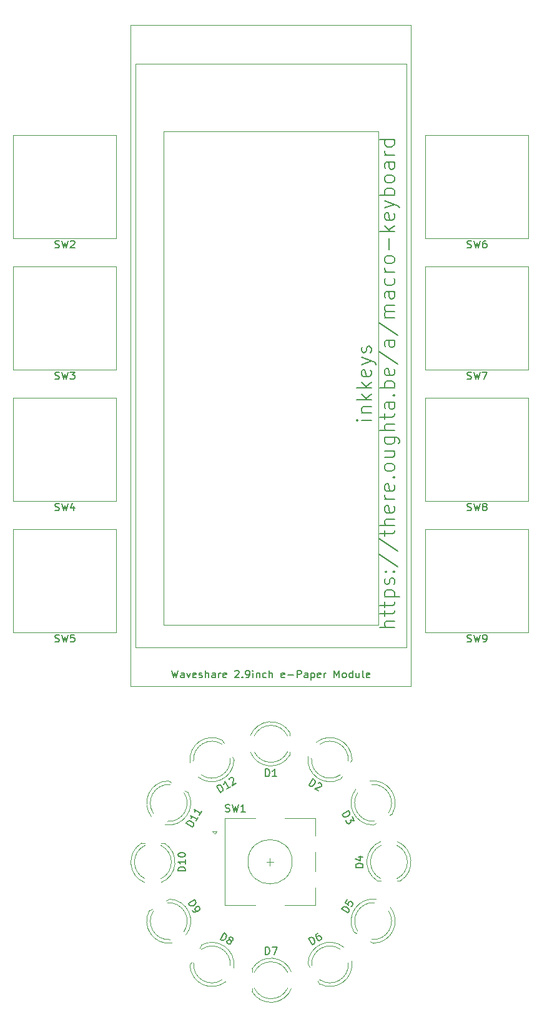
<source format=gbr>
G04 #@! TF.GenerationSoftware,KiCad,Pcbnew,(5.1.9-0-10_14)*
G04 #@! TF.CreationDate,2021-03-16T08:56:42-07:00*
G04 #@! TF.ProjectId,inkkeys,696e6b6b-6579-4732-9e6b-696361645f70,rev?*
G04 #@! TF.SameCoordinates,Original*
G04 #@! TF.FileFunction,Legend,Top*
G04 #@! TF.FilePolarity,Positive*
%FSLAX46Y46*%
G04 Gerber Fmt 4.6, Leading zero omitted, Abs format (unit mm)*
G04 Created by KiCad (PCBNEW (5.1.9-0-10_14)) date 2021-03-16 08:56:42*
%MOMM*%
%LPD*%
G01*
G04 APERTURE LIST*
%ADD10C,0.150000*%
%ADD11C,0.120000*%
G04 APERTURE END LIST*
D10*
X103769761Y-90042380D02*
X102436428Y-90042380D01*
X101769761Y-90042380D02*
X101865000Y-90137619D01*
X101960238Y-90042380D01*
X101865000Y-89947142D01*
X101769761Y-90042380D01*
X101960238Y-90042380D01*
X102436428Y-89090000D02*
X103769761Y-89090000D01*
X102626904Y-89090000D02*
X102531666Y-88994761D01*
X102436428Y-88804285D01*
X102436428Y-88518571D01*
X102531666Y-88328095D01*
X102722142Y-88232857D01*
X103769761Y-88232857D01*
X103769761Y-87280476D02*
X101769761Y-87280476D01*
X103007857Y-87090000D02*
X103769761Y-86518571D01*
X102436428Y-86518571D02*
X103198333Y-87280476D01*
X103769761Y-85661428D02*
X101769761Y-85661428D01*
X103007857Y-85470952D02*
X103769761Y-84899523D01*
X102436428Y-84899523D02*
X103198333Y-85661428D01*
X103674523Y-83280476D02*
X103769761Y-83470952D01*
X103769761Y-83851904D01*
X103674523Y-84042380D01*
X103484047Y-84137619D01*
X102722142Y-84137619D01*
X102531666Y-84042380D01*
X102436428Y-83851904D01*
X102436428Y-83470952D01*
X102531666Y-83280476D01*
X102722142Y-83185238D01*
X102912619Y-83185238D01*
X103103095Y-84137619D01*
X102436428Y-82518571D02*
X103769761Y-82042380D01*
X102436428Y-81566190D02*
X103769761Y-82042380D01*
X104245952Y-82232857D01*
X104341190Y-82328095D01*
X104436428Y-82518571D01*
X103674523Y-80899523D02*
X103769761Y-80709047D01*
X103769761Y-80328095D01*
X103674523Y-80137619D01*
X103484047Y-80042380D01*
X103388809Y-80042380D01*
X103198333Y-80137619D01*
X103103095Y-80328095D01*
X103103095Y-80613809D01*
X103007857Y-80804285D01*
X102817380Y-80899523D01*
X102722142Y-80899523D01*
X102531666Y-80804285D01*
X102436428Y-80613809D01*
X102436428Y-80328095D01*
X102531666Y-80137619D01*
X106919761Y-118090000D02*
X104919761Y-118090000D01*
X106919761Y-117232857D02*
X105872142Y-117232857D01*
X105681666Y-117328095D01*
X105586428Y-117518571D01*
X105586428Y-117804285D01*
X105681666Y-117994761D01*
X105776904Y-118090000D01*
X105586428Y-116566190D02*
X105586428Y-115804285D01*
X104919761Y-116280476D02*
X106634047Y-116280476D01*
X106824523Y-116185238D01*
X106919761Y-115994761D01*
X106919761Y-115804285D01*
X105586428Y-115423333D02*
X105586428Y-114661428D01*
X104919761Y-115137619D02*
X106634047Y-115137619D01*
X106824523Y-115042380D01*
X106919761Y-114851904D01*
X106919761Y-114661428D01*
X105586428Y-113994761D02*
X107586428Y-113994761D01*
X105681666Y-113994761D02*
X105586428Y-113804285D01*
X105586428Y-113423333D01*
X105681666Y-113232857D01*
X105776904Y-113137619D01*
X105967380Y-113042380D01*
X106538809Y-113042380D01*
X106729285Y-113137619D01*
X106824523Y-113232857D01*
X106919761Y-113423333D01*
X106919761Y-113804285D01*
X106824523Y-113994761D01*
X106824523Y-112280476D02*
X106919761Y-112090000D01*
X106919761Y-111709047D01*
X106824523Y-111518571D01*
X106634047Y-111423333D01*
X106538809Y-111423333D01*
X106348333Y-111518571D01*
X106253095Y-111709047D01*
X106253095Y-111994761D01*
X106157857Y-112185238D01*
X105967380Y-112280476D01*
X105872142Y-112280476D01*
X105681666Y-112185238D01*
X105586428Y-111994761D01*
X105586428Y-111709047D01*
X105681666Y-111518571D01*
X106729285Y-110566190D02*
X106824523Y-110470952D01*
X106919761Y-110566190D01*
X106824523Y-110661428D01*
X106729285Y-110566190D01*
X106919761Y-110566190D01*
X105681666Y-110566190D02*
X105776904Y-110470952D01*
X105872142Y-110566190D01*
X105776904Y-110661428D01*
X105681666Y-110566190D01*
X105872142Y-110566190D01*
X104824523Y-108185238D02*
X107395952Y-109899523D01*
X104824523Y-106090000D02*
X107395952Y-107804285D01*
X105586428Y-105709047D02*
X105586428Y-104947142D01*
X104919761Y-105423333D02*
X106634047Y-105423333D01*
X106824523Y-105328095D01*
X106919761Y-105137619D01*
X106919761Y-104947142D01*
X106919761Y-104280476D02*
X104919761Y-104280476D01*
X106919761Y-103423333D02*
X105872142Y-103423333D01*
X105681666Y-103518571D01*
X105586428Y-103709047D01*
X105586428Y-103994761D01*
X105681666Y-104185238D01*
X105776904Y-104280476D01*
X106824523Y-101709047D02*
X106919761Y-101899523D01*
X106919761Y-102280476D01*
X106824523Y-102470952D01*
X106634047Y-102566190D01*
X105872142Y-102566190D01*
X105681666Y-102470952D01*
X105586428Y-102280476D01*
X105586428Y-101899523D01*
X105681666Y-101709047D01*
X105872142Y-101613809D01*
X106062619Y-101613809D01*
X106253095Y-102566190D01*
X106919761Y-100756666D02*
X105586428Y-100756666D01*
X105967380Y-100756666D02*
X105776904Y-100661428D01*
X105681666Y-100566190D01*
X105586428Y-100375714D01*
X105586428Y-100185238D01*
X106824523Y-98756666D02*
X106919761Y-98947142D01*
X106919761Y-99328095D01*
X106824523Y-99518571D01*
X106634047Y-99613809D01*
X105872142Y-99613809D01*
X105681666Y-99518571D01*
X105586428Y-99328095D01*
X105586428Y-98947142D01*
X105681666Y-98756666D01*
X105872142Y-98661428D01*
X106062619Y-98661428D01*
X106253095Y-99613809D01*
X106729285Y-97804285D02*
X106824523Y-97709047D01*
X106919761Y-97804285D01*
X106824523Y-97899523D01*
X106729285Y-97804285D01*
X106919761Y-97804285D01*
X106919761Y-96566190D02*
X106824523Y-96756666D01*
X106729285Y-96851904D01*
X106538809Y-96947142D01*
X105967380Y-96947142D01*
X105776904Y-96851904D01*
X105681666Y-96756666D01*
X105586428Y-96566190D01*
X105586428Y-96280476D01*
X105681666Y-96090000D01*
X105776904Y-95994761D01*
X105967380Y-95899523D01*
X106538809Y-95899523D01*
X106729285Y-95994761D01*
X106824523Y-96090000D01*
X106919761Y-96280476D01*
X106919761Y-96566190D01*
X105586428Y-94185238D02*
X106919761Y-94185238D01*
X105586428Y-95042380D02*
X106634047Y-95042380D01*
X106824523Y-94947142D01*
X106919761Y-94756666D01*
X106919761Y-94470952D01*
X106824523Y-94280476D01*
X106729285Y-94185238D01*
X105586428Y-92375714D02*
X107205476Y-92375714D01*
X107395952Y-92470952D01*
X107491190Y-92566190D01*
X107586428Y-92756666D01*
X107586428Y-93042380D01*
X107491190Y-93232857D01*
X106824523Y-92375714D02*
X106919761Y-92566190D01*
X106919761Y-92947142D01*
X106824523Y-93137619D01*
X106729285Y-93232857D01*
X106538809Y-93328095D01*
X105967380Y-93328095D01*
X105776904Y-93232857D01*
X105681666Y-93137619D01*
X105586428Y-92947142D01*
X105586428Y-92566190D01*
X105681666Y-92375714D01*
X106919761Y-91423333D02*
X104919761Y-91423333D01*
X106919761Y-90566190D02*
X105872142Y-90566190D01*
X105681666Y-90661428D01*
X105586428Y-90851904D01*
X105586428Y-91137619D01*
X105681666Y-91328095D01*
X105776904Y-91423333D01*
X105586428Y-89899523D02*
X105586428Y-89137619D01*
X104919761Y-89613809D02*
X106634047Y-89613809D01*
X106824523Y-89518571D01*
X106919761Y-89328095D01*
X106919761Y-89137619D01*
X106919761Y-87613809D02*
X105872142Y-87613809D01*
X105681666Y-87709047D01*
X105586428Y-87899523D01*
X105586428Y-88280476D01*
X105681666Y-88470952D01*
X106824523Y-87613809D02*
X106919761Y-87804285D01*
X106919761Y-88280476D01*
X106824523Y-88470952D01*
X106634047Y-88566190D01*
X106443571Y-88566190D01*
X106253095Y-88470952D01*
X106157857Y-88280476D01*
X106157857Y-87804285D01*
X106062619Y-87613809D01*
X106729285Y-86661428D02*
X106824523Y-86566190D01*
X106919761Y-86661428D01*
X106824523Y-86756666D01*
X106729285Y-86661428D01*
X106919761Y-86661428D01*
X106919761Y-85709047D02*
X104919761Y-85709047D01*
X105681666Y-85709047D02*
X105586428Y-85518571D01*
X105586428Y-85137619D01*
X105681666Y-84947142D01*
X105776904Y-84851904D01*
X105967380Y-84756666D01*
X106538809Y-84756666D01*
X106729285Y-84851904D01*
X106824523Y-84947142D01*
X106919761Y-85137619D01*
X106919761Y-85518571D01*
X106824523Y-85709047D01*
X106824523Y-83137619D02*
X106919761Y-83328095D01*
X106919761Y-83709047D01*
X106824523Y-83899523D01*
X106634047Y-83994761D01*
X105872142Y-83994761D01*
X105681666Y-83899523D01*
X105586428Y-83709047D01*
X105586428Y-83328095D01*
X105681666Y-83137619D01*
X105872142Y-83042380D01*
X106062619Y-83042380D01*
X106253095Y-83994761D01*
X104824523Y-80756666D02*
X107395952Y-82470952D01*
X106919761Y-79232857D02*
X105872142Y-79232857D01*
X105681666Y-79328095D01*
X105586428Y-79518571D01*
X105586428Y-79899523D01*
X105681666Y-80090000D01*
X106824523Y-79232857D02*
X106919761Y-79423333D01*
X106919761Y-79899523D01*
X106824523Y-80090000D01*
X106634047Y-80185238D01*
X106443571Y-80185238D01*
X106253095Y-80090000D01*
X106157857Y-79899523D01*
X106157857Y-79423333D01*
X106062619Y-79232857D01*
X104824523Y-76851904D02*
X107395952Y-78566190D01*
X106919761Y-76185238D02*
X105586428Y-76185238D01*
X105776904Y-76185238D02*
X105681666Y-76090000D01*
X105586428Y-75899523D01*
X105586428Y-75613809D01*
X105681666Y-75423333D01*
X105872142Y-75328095D01*
X106919761Y-75328095D01*
X105872142Y-75328095D02*
X105681666Y-75232857D01*
X105586428Y-75042380D01*
X105586428Y-74756666D01*
X105681666Y-74566190D01*
X105872142Y-74470952D01*
X106919761Y-74470952D01*
X106919761Y-72661428D02*
X105872142Y-72661428D01*
X105681666Y-72756666D01*
X105586428Y-72947142D01*
X105586428Y-73328095D01*
X105681666Y-73518571D01*
X106824523Y-72661428D02*
X106919761Y-72851904D01*
X106919761Y-73328095D01*
X106824523Y-73518571D01*
X106634047Y-73613809D01*
X106443571Y-73613809D01*
X106253095Y-73518571D01*
X106157857Y-73328095D01*
X106157857Y-72851904D01*
X106062619Y-72661428D01*
X106824523Y-70851904D02*
X106919761Y-71042380D01*
X106919761Y-71423333D01*
X106824523Y-71613809D01*
X106729285Y-71709047D01*
X106538809Y-71804285D01*
X105967380Y-71804285D01*
X105776904Y-71709047D01*
X105681666Y-71613809D01*
X105586428Y-71423333D01*
X105586428Y-71042380D01*
X105681666Y-70851904D01*
X106919761Y-69994761D02*
X105586428Y-69994761D01*
X105967380Y-69994761D02*
X105776904Y-69899523D01*
X105681666Y-69804285D01*
X105586428Y-69613809D01*
X105586428Y-69423333D01*
X106919761Y-68470952D02*
X106824523Y-68661428D01*
X106729285Y-68756666D01*
X106538809Y-68851904D01*
X105967380Y-68851904D01*
X105776904Y-68756666D01*
X105681666Y-68661428D01*
X105586428Y-68470952D01*
X105586428Y-68185238D01*
X105681666Y-67994761D01*
X105776904Y-67899523D01*
X105967380Y-67804285D01*
X106538809Y-67804285D01*
X106729285Y-67899523D01*
X106824523Y-67994761D01*
X106919761Y-68185238D01*
X106919761Y-68470952D01*
X106157857Y-66947142D02*
X106157857Y-65423333D01*
X106919761Y-64470952D02*
X104919761Y-64470952D01*
X106157857Y-64280476D02*
X106919761Y-63709047D01*
X105586428Y-63709047D02*
X106348333Y-64470952D01*
X106824523Y-62090000D02*
X106919761Y-62280476D01*
X106919761Y-62661428D01*
X106824523Y-62851904D01*
X106634047Y-62947142D01*
X105872142Y-62947142D01*
X105681666Y-62851904D01*
X105586428Y-62661428D01*
X105586428Y-62280476D01*
X105681666Y-62090000D01*
X105872142Y-61994761D01*
X106062619Y-61994761D01*
X106253095Y-62947142D01*
X105586428Y-61328095D02*
X106919761Y-60851904D01*
X105586428Y-60375714D02*
X106919761Y-60851904D01*
X107395952Y-61042380D01*
X107491190Y-61137619D01*
X107586428Y-61328095D01*
X106919761Y-59613809D02*
X104919761Y-59613809D01*
X105681666Y-59613809D02*
X105586428Y-59423333D01*
X105586428Y-59042380D01*
X105681666Y-58851904D01*
X105776904Y-58756666D01*
X105967380Y-58661428D01*
X106538809Y-58661428D01*
X106729285Y-58756666D01*
X106824523Y-58851904D01*
X106919761Y-59042380D01*
X106919761Y-59423333D01*
X106824523Y-59613809D01*
X106919761Y-57518571D02*
X106824523Y-57709047D01*
X106729285Y-57804285D01*
X106538809Y-57899523D01*
X105967380Y-57899523D01*
X105776904Y-57804285D01*
X105681666Y-57709047D01*
X105586428Y-57518571D01*
X105586428Y-57232857D01*
X105681666Y-57042380D01*
X105776904Y-56947142D01*
X105967380Y-56851904D01*
X106538809Y-56851904D01*
X106729285Y-56947142D01*
X106824523Y-57042380D01*
X106919761Y-57232857D01*
X106919761Y-57518571D01*
X106919761Y-55137619D02*
X105872142Y-55137619D01*
X105681666Y-55232857D01*
X105586428Y-55423333D01*
X105586428Y-55804285D01*
X105681666Y-55994761D01*
X106824523Y-55137619D02*
X106919761Y-55328095D01*
X106919761Y-55804285D01*
X106824523Y-55994761D01*
X106634047Y-56090000D01*
X106443571Y-56090000D01*
X106253095Y-55994761D01*
X106157857Y-55804285D01*
X106157857Y-55328095D01*
X106062619Y-55137619D01*
X106919761Y-54185238D02*
X105586428Y-54185238D01*
X105967380Y-54185238D02*
X105776904Y-54090000D01*
X105681666Y-53994761D01*
X105586428Y-53804285D01*
X105586428Y-53613809D01*
X106919761Y-52090000D02*
X104919761Y-52090000D01*
X106824523Y-52090000D02*
X106919761Y-52280476D01*
X106919761Y-52661428D01*
X106824523Y-52851904D01*
X106729285Y-52947142D01*
X106538809Y-53042380D01*
X105967380Y-53042380D01*
X105776904Y-52947142D01*
X105681666Y-52851904D01*
X105586428Y-52661428D01*
X105586428Y-52280476D01*
X105681666Y-52090000D01*
D11*
X100922695Y-136345787D02*
X101155195Y-135943085D01*
X99610195Y-138619103D02*
X99842695Y-138216401D01*
X96753450Y-133938177D02*
G75*
G02*
X100658283Y-136193129I1412220J-2062917D01*
G01*
X95673021Y-135809533D02*
G75*
G03*
X99578283Y-138063743I2492649J-191561D01*
G01*
X96291765Y-133671163D02*
G75*
G02*
X101155110Y-135943232I1873905J-2329931D01*
G01*
X95210938Y-135543210D02*
G75*
G03*
X99610280Y-138618956I2954732J-457884D01*
G01*
X106239213Y-143532695D02*
X106641915Y-143300195D01*
X103965897Y-144845195D02*
X104368599Y-144612695D01*
X103832345Y-139363021D02*
G75*
G02*
X106086555Y-143268283I191561J-2492649D01*
G01*
X101960989Y-140443450D02*
G75*
G03*
X104215941Y-144348283I2062917J-1412220D01*
G01*
X103566022Y-138900938D02*
G75*
G02*
X106641768Y-143300280I457884J-2954732D01*
G01*
X101693975Y-139981765D02*
G75*
G03*
X103966044Y-144845110I2329931J-1873905D01*
G01*
X107250000Y-152415000D02*
X107715000Y-152415000D01*
X104625000Y-152415000D02*
X105090000Y-152415000D01*
X107250429Y-147600521D02*
G75*
G02*
X107250000Y-152109684I-1080429J-2254479D01*
G01*
X105089571Y-147600521D02*
G75*
G03*
X105090000Y-152109684I1080429J-2254479D01*
G01*
X107250827Y-147067185D02*
G75*
G02*
X107714830Y-152415000I-1080827J-2787815D01*
G01*
X105089173Y-147067185D02*
G75*
G03*
X104625170Y-152415000I1080827J-2787815D01*
G01*
X103684213Y-160612695D02*
X104086915Y-160845195D01*
X101410897Y-159300195D02*
X101813599Y-159532695D01*
X106091823Y-156443450D02*
G75*
G02*
X103836871Y-160348283I-2062917J-1412220D01*
G01*
X104220467Y-155363021D02*
G75*
G03*
X101966257Y-159268283I-191561J-2492649D01*
G01*
X106358837Y-155981765D02*
G75*
G02*
X104086768Y-160845110I-2329931J-1873905D01*
G01*
X104486790Y-154900938D02*
G75*
G03*
X101411044Y-159300280I-457884J-2954732D01*
G01*
X96497305Y-165929213D02*
X96729805Y-166331915D01*
X95184805Y-163655897D02*
X95417305Y-164058599D01*
X100666979Y-163522345D02*
G75*
G02*
X96761717Y-165776555I-2492649J-191561D01*
G01*
X99586550Y-161650989D02*
G75*
G03*
X95681717Y-163905941I-1412220J-2062917D01*
G01*
X101129062Y-163256022D02*
G75*
G02*
X96729720Y-166331768I-2954732J-457884D01*
G01*
X100048235Y-161383975D02*
G75*
G03*
X95184890Y-163656044I-1873905J-2329931D01*
G01*
X87615000Y-166940000D02*
X87615000Y-167405000D01*
X87615000Y-164315000D02*
X87615000Y-164780000D01*
X92429479Y-166940429D02*
G75*
G02*
X87920316Y-166940000I-2254479J1080429D01*
G01*
X92429479Y-164779571D02*
G75*
G03*
X87920316Y-164780000I-2254479J-1080429D01*
G01*
X92962815Y-166940827D02*
G75*
G02*
X87615000Y-167404830I-2787815J1080827D01*
G01*
X92962815Y-164779173D02*
G75*
G03*
X87615000Y-164315170I-2787815J-1080827D01*
G01*
X79417305Y-163374213D02*
X79184805Y-163776915D01*
X80729805Y-161100897D02*
X80497305Y-161503599D01*
X83586550Y-165781823D02*
G75*
G02*
X79681717Y-163526871I-1412220J2062917D01*
G01*
X84666979Y-163910467D02*
G75*
G03*
X80761717Y-161656257I-2492649J191561D01*
G01*
X84048235Y-166048837D02*
G75*
G02*
X79184890Y-163776768I-1873905J2329931D01*
G01*
X85129062Y-164176790D02*
G75*
G03*
X80729720Y-161101044I-2954732J457884D01*
G01*
X74100787Y-156187305D02*
X73698085Y-156419805D01*
X76374103Y-154874805D02*
X75971401Y-155107305D01*
X76507655Y-160356979D02*
G75*
G02*
X74253445Y-156451717I-191561J2492649D01*
G01*
X78379011Y-159276550D02*
G75*
G03*
X76124059Y-155371717I-2062917J1412220D01*
G01*
X76773978Y-160819062D02*
G75*
G02*
X73698232Y-156419720I-457884J2954732D01*
G01*
X78646025Y-159738235D02*
G75*
G03*
X76373956Y-154874890I-2329931J1873905D01*
G01*
X73090000Y-147305000D02*
X72625000Y-147305000D01*
X75715000Y-147305000D02*
X75250000Y-147305000D01*
X73089571Y-152119479D02*
G75*
G02*
X73090000Y-147610316I1080429J2254479D01*
G01*
X75250429Y-152119479D02*
G75*
G03*
X75250000Y-147610316I-1080429J2254479D01*
G01*
X73089173Y-152652815D02*
G75*
G02*
X72625170Y-147305000I1080827J2787815D01*
G01*
X75250827Y-152652815D02*
G75*
G03*
X75714830Y-147305000I-1080827J2787815D01*
G01*
X76655787Y-139107305D02*
X76253085Y-138874805D01*
X78929103Y-140419805D02*
X78526401Y-140187305D01*
X74248177Y-143276550D02*
G75*
G02*
X76503129Y-139371717I2062917J1412220D01*
G01*
X76119533Y-144356979D02*
G75*
G03*
X78373743Y-140451717I191561J2492649D01*
G01*
X73981163Y-143738235D02*
G75*
G02*
X76253232Y-138874890I2329931J1873905D01*
G01*
X75853210Y-144819062D02*
G75*
G03*
X78928956Y-140419720I457884J2954732D01*
G01*
X83842695Y-133790787D02*
X83610195Y-133388085D01*
X85155195Y-136064103D02*
X84922695Y-135661401D01*
X79673021Y-136197655D02*
G75*
G02*
X83578283Y-133943445I2492649J191561D01*
G01*
X80753450Y-138069011D02*
G75*
G03*
X84658283Y-135814059I1412220J2062917D01*
G01*
X79210938Y-136463978D02*
G75*
G02*
X83610280Y-133388232I2954732J457884D01*
G01*
X80291765Y-138336025D02*
G75*
G03*
X85155110Y-136063956I1873905J2329931D01*
G01*
X92725000Y-132780000D02*
X92725000Y-132315000D01*
X92725000Y-135405000D02*
X92725000Y-134940000D01*
X87910521Y-132779571D02*
G75*
G02*
X92419684Y-132780000I2254479J-1080429D01*
G01*
X87910521Y-134940429D02*
G75*
G03*
X92419684Y-134940000I2254479J1080429D01*
G01*
X87377185Y-132779173D02*
G75*
G02*
X92725000Y-132315170I2787815J-1080827D01*
G01*
X87377185Y-134940827D02*
G75*
G03*
X92725000Y-135404830I2787815J1080827D01*
G01*
X71170000Y-36530000D02*
X71170000Y-126030000D01*
X109170000Y-36530000D02*
X109170000Y-126030000D01*
X71170000Y-126030000D02*
X109170000Y-126030000D01*
X71170000Y-36530000D02*
X109170000Y-36530000D01*
X71820000Y-41780000D02*
X71820000Y-120780000D01*
X108520000Y-41780000D02*
X108520000Y-120780000D01*
X71820000Y-41780000D02*
X108520000Y-41780000D01*
X71820000Y-120780000D02*
X108520000Y-120780000D01*
X75620000Y-117780000D02*
X104720000Y-117780000D01*
X75620000Y-50930000D02*
X104720000Y-50930000D01*
X75620000Y-50930000D02*
X75620000Y-117780000D01*
X104720000Y-117780000D02*
X104720000Y-50930000D01*
X69215000Y-51435000D02*
X69215000Y-65405000D01*
X55245000Y-51435000D02*
X69215000Y-51435000D01*
X55245000Y-65405000D02*
X55245000Y-51435000D01*
X69215000Y-65405000D02*
X55245000Y-65405000D01*
X69215000Y-83185000D02*
X55245000Y-83185000D01*
X55245000Y-83185000D02*
X55245000Y-69215000D01*
X55245000Y-69215000D02*
X69215000Y-69215000D01*
X69215000Y-69215000D02*
X69215000Y-83185000D01*
X69215000Y-100965000D02*
X55245000Y-100965000D01*
X55245000Y-100965000D02*
X55245000Y-86995000D01*
X55245000Y-86995000D02*
X69215000Y-86995000D01*
X69215000Y-86995000D02*
X69215000Y-100965000D01*
X69215000Y-104775000D02*
X69215000Y-118745000D01*
X55245000Y-104775000D02*
X69215000Y-104775000D01*
X55245000Y-118745000D02*
X55245000Y-104775000D01*
X69215000Y-118745000D02*
X55245000Y-118745000D01*
X125095000Y-65405000D02*
X111125000Y-65405000D01*
X111125000Y-65405000D02*
X111125000Y-51435000D01*
X111125000Y-51435000D02*
X125095000Y-51435000D01*
X125095000Y-51435000D02*
X125095000Y-65405000D01*
X125095000Y-69215000D02*
X125095000Y-83185000D01*
X111125000Y-69215000D02*
X125095000Y-69215000D01*
X111125000Y-83185000D02*
X111125000Y-69215000D01*
X125095000Y-83185000D02*
X111125000Y-83185000D01*
X125095000Y-100965000D02*
X111125000Y-100965000D01*
X111125000Y-100965000D02*
X111125000Y-86995000D01*
X111125000Y-86995000D02*
X125095000Y-86995000D01*
X125095000Y-86995000D02*
X125095000Y-100965000D01*
X125095000Y-104775000D02*
X125095000Y-118745000D01*
X111125000Y-104775000D02*
X125095000Y-104775000D01*
X111125000Y-118745000D02*
X111125000Y-104775000D01*
X125095000Y-118745000D02*
X111125000Y-118745000D01*
X89550000Y-149820000D02*
X90550000Y-149820000D01*
X90050000Y-149320000D02*
X90050000Y-150320000D01*
X96150000Y-153320000D02*
X96150000Y-155720000D01*
X96150000Y-148520000D02*
X96150000Y-151120000D01*
X96150000Y-143920000D02*
X96150000Y-146320000D01*
X82850000Y-145720000D02*
X82550000Y-146020000D01*
X82250000Y-145720000D02*
X82850000Y-145720000D01*
X82550000Y-146020000D02*
X82250000Y-145720000D01*
X83950000Y-143920000D02*
X83950000Y-155720000D01*
X88050000Y-143920000D02*
X83950000Y-143920000D01*
X88050000Y-155720000D02*
X83950000Y-155720000D01*
X96150000Y-155720000D02*
X92050000Y-155720000D01*
X92050000Y-143920000D02*
X96150000Y-143920000D01*
X93050000Y-149820000D02*
G75*
G03*
X93050000Y-149820000I-3000000J0D01*
G01*
D10*
X95320270Y-139453280D02*
X95820270Y-138587255D01*
X96026466Y-138706302D01*
X96126375Y-138818970D01*
X96161234Y-138949068D01*
X96154855Y-139055356D01*
X96100856Y-139244123D01*
X96029427Y-139367841D01*
X95892950Y-139508989D01*
X95804091Y-139567658D01*
X95673994Y-139602517D01*
X95526466Y-139572328D01*
X95320270Y-139453280D01*
X96597437Y-139145924D02*
X96662486Y-139128494D01*
X96768774Y-139134874D01*
X96974970Y-139253922D01*
X97033639Y-139342780D01*
X97051069Y-139407829D01*
X97044689Y-139514117D01*
X96997070Y-139596595D01*
X96884403Y-139696504D01*
X96103817Y-139905661D01*
X96639928Y-140215185D01*
X99833623Y-143422651D02*
X100699649Y-142922651D01*
X100818697Y-143128847D01*
X100848886Y-143276375D01*
X100814026Y-143406472D01*
X100755357Y-143495331D01*
X100614209Y-143631808D01*
X100490492Y-143703237D01*
X100301725Y-143757235D01*
X100195437Y-143763615D01*
X100065339Y-143728756D01*
X99952671Y-143628847D01*
X99833623Y-143422651D01*
X101152030Y-143706198D02*
X101461554Y-144242309D01*
X100964973Y-144144110D01*
X101036401Y-144267827D01*
X101042781Y-144374116D01*
X101025351Y-144439164D01*
X100966682Y-144528023D01*
X100760485Y-144647070D01*
X100654197Y-144653450D01*
X100589149Y-144636020D01*
X100500290Y-144577351D01*
X100357433Y-144329915D01*
X100351053Y-144223627D01*
X100368483Y-144158578D01*
X102662380Y-150593095D02*
X101662380Y-150593095D01*
X101662380Y-150355000D01*
X101710000Y-150212142D01*
X101805238Y-150116904D01*
X101900476Y-150069285D01*
X102090952Y-150021666D01*
X102233809Y-150021666D01*
X102424285Y-150069285D01*
X102519523Y-150116904D01*
X102614761Y-150212142D01*
X102662380Y-150355000D01*
X102662380Y-150593095D01*
X101995714Y-149164523D02*
X102662380Y-149164523D01*
X101614761Y-149402619D02*
X102329047Y-149640714D01*
X102329047Y-149021666D01*
X100622170Y-156741069D02*
X99756145Y-156241069D01*
X99875192Y-156034873D01*
X99987860Y-155934964D01*
X100117958Y-155900105D01*
X100224246Y-155906484D01*
X100413013Y-155960483D01*
X100536731Y-156031912D01*
X100677879Y-156168389D01*
X100736548Y-156257248D01*
X100771407Y-156387345D01*
X100741218Y-156534873D01*
X100622170Y-156741069D01*
X100494240Y-154962651D02*
X100256145Y-155375044D01*
X100644728Y-155654378D01*
X100627299Y-155589330D01*
X100633678Y-155483041D01*
X100752726Y-155276845D01*
X100841584Y-155218176D01*
X100906633Y-155200746D01*
X101012921Y-155207126D01*
X101219118Y-155326173D01*
X101277787Y-155415032D01*
X101295217Y-155480081D01*
X101288837Y-155586369D01*
X101169789Y-155792565D01*
X101080931Y-155851234D01*
X101015882Y-155868664D01*
X95781311Y-161045266D02*
X95281311Y-160179240D01*
X95487507Y-160060192D01*
X95635035Y-160030003D01*
X95765132Y-160064863D01*
X95853991Y-160123532D01*
X95990468Y-160264680D01*
X96061897Y-160388397D01*
X96115895Y-160577164D01*
X96122275Y-160683452D01*
X96087416Y-160813550D01*
X95987507Y-160926218D01*
X95781311Y-161045266D01*
X96518490Y-159464954D02*
X96353533Y-159560192D01*
X96294864Y-159649051D01*
X96277434Y-159714100D01*
X96266384Y-159885437D01*
X96320383Y-160074203D01*
X96510859Y-160404118D01*
X96599717Y-160462787D01*
X96664766Y-160480217D01*
X96771054Y-160473837D01*
X96936011Y-160378599D01*
X96994680Y-160289740D01*
X97012110Y-160224692D01*
X97005730Y-160118404D01*
X96886683Y-159912207D01*
X96797824Y-159853538D01*
X96732776Y-159836108D01*
X96626487Y-159842488D01*
X96461530Y-159937726D01*
X96402861Y-160026584D01*
X96385431Y-160091633D01*
X96391811Y-160197921D01*
X89436904Y-162352380D02*
X89436904Y-161352380D01*
X89675000Y-161352380D01*
X89817857Y-161400000D01*
X89913095Y-161495238D01*
X89960714Y-161590476D01*
X90008333Y-161780952D01*
X90008333Y-161923809D01*
X89960714Y-162114285D01*
X89913095Y-162209523D01*
X89817857Y-162304761D01*
X89675000Y-162352380D01*
X89436904Y-162352380D01*
X90341666Y-161352380D02*
X91008333Y-161352380D01*
X90579761Y-162352380D01*
X83288930Y-160312170D02*
X83788930Y-159446145D01*
X83995126Y-159565192D01*
X84095035Y-159677860D01*
X84129894Y-159807958D01*
X84123515Y-159914246D01*
X84069516Y-160103013D01*
X83998087Y-160226731D01*
X83861610Y-160367879D01*
X83772751Y-160426548D01*
X83642654Y-160461407D01*
X83495126Y-160431218D01*
X83288930Y-160312170D01*
X84564387Y-160388727D02*
X84505718Y-160299869D01*
X84488289Y-160234820D01*
X84494668Y-160128532D01*
X84518478Y-160087293D01*
X84607336Y-160028623D01*
X84672385Y-160011194D01*
X84778673Y-160017573D01*
X84943630Y-160112812D01*
X85002299Y-160201670D01*
X85019729Y-160266719D01*
X85013349Y-160373007D01*
X84989540Y-160414246D01*
X84900682Y-160472915D01*
X84835633Y-160490345D01*
X84729345Y-160483965D01*
X84564387Y-160388727D01*
X84458099Y-160382347D01*
X84393050Y-160399777D01*
X84304192Y-160458446D01*
X84208954Y-160623404D01*
X84202574Y-160729692D01*
X84220004Y-160794740D01*
X84278673Y-160883599D01*
X84443630Y-160978837D01*
X84549918Y-160985217D01*
X84614967Y-160967787D01*
X84703826Y-160909118D01*
X84799064Y-160744161D01*
X84805443Y-160637872D01*
X84788014Y-160572824D01*
X84729345Y-160483965D01*
X78984733Y-155471311D02*
X79850759Y-154971311D01*
X79969807Y-155177507D01*
X79999996Y-155325035D01*
X79965136Y-155455132D01*
X79906467Y-155543991D01*
X79765319Y-155680468D01*
X79641602Y-155751897D01*
X79452835Y-155805895D01*
X79346547Y-155812275D01*
X79216449Y-155777416D01*
X79103781Y-155677507D01*
X78984733Y-155471311D01*
X79508543Y-156378575D02*
X79603781Y-156543533D01*
X79692639Y-156602202D01*
X79757688Y-156619632D01*
X79929025Y-156630682D01*
X80117792Y-156576683D01*
X80447706Y-156386207D01*
X80506376Y-156297348D01*
X80523805Y-156232299D01*
X80517426Y-156126011D01*
X80422187Y-155961054D01*
X80333329Y-155902385D01*
X80268280Y-155884955D01*
X80161992Y-155891335D01*
X79955796Y-156010383D01*
X79897127Y-156099241D01*
X79879697Y-156164290D01*
X79886076Y-156270578D01*
X79981315Y-156435535D01*
X80070173Y-156494204D01*
X80135222Y-156511634D01*
X80241510Y-156505254D01*
X78582380Y-151079285D02*
X77582380Y-151079285D01*
X77582380Y-150841190D01*
X77630000Y-150698333D01*
X77725238Y-150603095D01*
X77820476Y-150555476D01*
X78010952Y-150507857D01*
X78153809Y-150507857D01*
X78344285Y-150555476D01*
X78439523Y-150603095D01*
X78534761Y-150698333D01*
X78582380Y-150841190D01*
X78582380Y-151079285D01*
X78582380Y-149555476D02*
X78582380Y-150126904D01*
X78582380Y-149841190D02*
X77582380Y-149841190D01*
X77725238Y-149936428D01*
X77820476Y-150031666D01*
X77868095Y-150126904D01*
X77582380Y-148936428D02*
X77582380Y-148841190D01*
X77630000Y-148745952D01*
X77677619Y-148698333D01*
X77772857Y-148650714D01*
X77963333Y-148603095D01*
X78201428Y-148603095D01*
X78391904Y-148650714D01*
X78487142Y-148698333D01*
X78534761Y-148745952D01*
X78582380Y-148841190D01*
X78582380Y-148936428D01*
X78534761Y-149031666D01*
X78487142Y-149079285D01*
X78391904Y-149126904D01*
X78201428Y-149174523D01*
X77963333Y-149174523D01*
X77772857Y-149126904D01*
X77677619Y-149079285D01*
X77630000Y-149031666D01*
X77582380Y-148936428D01*
X79525185Y-145122122D02*
X78659160Y-144622122D01*
X78778207Y-144415926D01*
X78890875Y-144316017D01*
X79020973Y-144281158D01*
X79127261Y-144287538D01*
X79316028Y-144341536D01*
X79439746Y-144412965D01*
X79580893Y-144549442D01*
X79639562Y-144638301D01*
X79674422Y-144768398D01*
X79644233Y-144915926D01*
X79525185Y-145122122D01*
X80287090Y-143802464D02*
X80001376Y-144297336D01*
X80144233Y-144049900D02*
X79278207Y-143549900D01*
X79354306Y-143703808D01*
X79389166Y-143833905D01*
X79382786Y-143940193D01*
X80763280Y-142977678D02*
X80477566Y-143472550D01*
X80620423Y-143225114D02*
X79754398Y-142725114D01*
X79830497Y-142879021D01*
X79865356Y-143009119D01*
X79858976Y-143115407D01*
X83320258Y-140434471D02*
X82820258Y-139568445D01*
X83026454Y-139449398D01*
X83173982Y-139419208D01*
X83304079Y-139454068D01*
X83392938Y-139512737D01*
X83529415Y-139653885D01*
X83600844Y-139777603D01*
X83654842Y-139966369D01*
X83661222Y-140072658D01*
X83626363Y-140202755D01*
X83526454Y-140315423D01*
X83320258Y-140434471D01*
X84639915Y-139672566D02*
X84145044Y-139958280D01*
X84392480Y-139815423D02*
X83892480Y-138949398D01*
X83881430Y-139120735D01*
X83846570Y-139250832D01*
X83787901Y-139339691D01*
X84517449Y-138698543D02*
X84534879Y-138633494D01*
X84593548Y-138544636D01*
X84799744Y-138425588D01*
X84906032Y-138419208D01*
X84971081Y-138436638D01*
X85059940Y-138495307D01*
X85107559Y-138577786D01*
X85137748Y-138725313D01*
X84928591Y-139505899D01*
X85464702Y-139196376D01*
X89426904Y-138272380D02*
X89426904Y-137272380D01*
X89665000Y-137272380D01*
X89807857Y-137320000D01*
X89903095Y-137415238D01*
X89950714Y-137510476D01*
X89998333Y-137700952D01*
X89998333Y-137843809D01*
X89950714Y-138034285D01*
X89903095Y-138129523D01*
X89807857Y-138224761D01*
X89665000Y-138272380D01*
X89426904Y-138272380D01*
X90950714Y-138272380D02*
X90379285Y-138272380D01*
X90665000Y-138272380D02*
X90665000Y-137272380D01*
X90569761Y-137415238D01*
X90474523Y-137510476D01*
X90379285Y-137558095D01*
X76717619Y-123912380D02*
X76955714Y-124912380D01*
X77146190Y-124198095D01*
X77336666Y-124912380D01*
X77574761Y-123912380D01*
X78384285Y-124912380D02*
X78384285Y-124388571D01*
X78336666Y-124293333D01*
X78241428Y-124245714D01*
X78050952Y-124245714D01*
X77955714Y-124293333D01*
X78384285Y-124864761D02*
X78289047Y-124912380D01*
X78050952Y-124912380D01*
X77955714Y-124864761D01*
X77908095Y-124769523D01*
X77908095Y-124674285D01*
X77955714Y-124579047D01*
X78050952Y-124531428D01*
X78289047Y-124531428D01*
X78384285Y-124483809D01*
X78765238Y-124245714D02*
X79003333Y-124912380D01*
X79241428Y-124245714D01*
X80003333Y-124864761D02*
X79908095Y-124912380D01*
X79717619Y-124912380D01*
X79622380Y-124864761D01*
X79574761Y-124769523D01*
X79574761Y-124388571D01*
X79622380Y-124293333D01*
X79717619Y-124245714D01*
X79908095Y-124245714D01*
X80003333Y-124293333D01*
X80050952Y-124388571D01*
X80050952Y-124483809D01*
X79574761Y-124579047D01*
X80431904Y-124864761D02*
X80527142Y-124912380D01*
X80717619Y-124912380D01*
X80812857Y-124864761D01*
X80860476Y-124769523D01*
X80860476Y-124721904D01*
X80812857Y-124626666D01*
X80717619Y-124579047D01*
X80574761Y-124579047D01*
X80479523Y-124531428D01*
X80431904Y-124436190D01*
X80431904Y-124388571D01*
X80479523Y-124293333D01*
X80574761Y-124245714D01*
X80717619Y-124245714D01*
X80812857Y-124293333D01*
X81289047Y-124912380D02*
X81289047Y-123912380D01*
X81717619Y-124912380D02*
X81717619Y-124388571D01*
X81670000Y-124293333D01*
X81574761Y-124245714D01*
X81431904Y-124245714D01*
X81336666Y-124293333D01*
X81289047Y-124340952D01*
X82622380Y-124912380D02*
X82622380Y-124388571D01*
X82574761Y-124293333D01*
X82479523Y-124245714D01*
X82289047Y-124245714D01*
X82193809Y-124293333D01*
X82622380Y-124864761D02*
X82527142Y-124912380D01*
X82289047Y-124912380D01*
X82193809Y-124864761D01*
X82146190Y-124769523D01*
X82146190Y-124674285D01*
X82193809Y-124579047D01*
X82289047Y-124531428D01*
X82527142Y-124531428D01*
X82622380Y-124483809D01*
X83098571Y-124912380D02*
X83098571Y-124245714D01*
X83098571Y-124436190D02*
X83146190Y-124340952D01*
X83193809Y-124293333D01*
X83289047Y-124245714D01*
X83384285Y-124245714D01*
X84098571Y-124864761D02*
X84003333Y-124912380D01*
X83812857Y-124912380D01*
X83717619Y-124864761D01*
X83670000Y-124769523D01*
X83670000Y-124388571D01*
X83717619Y-124293333D01*
X83812857Y-124245714D01*
X84003333Y-124245714D01*
X84098571Y-124293333D01*
X84146190Y-124388571D01*
X84146190Y-124483809D01*
X83670000Y-124579047D01*
X85289047Y-124007619D02*
X85336666Y-123960000D01*
X85431904Y-123912380D01*
X85670000Y-123912380D01*
X85765238Y-123960000D01*
X85812857Y-124007619D01*
X85860476Y-124102857D01*
X85860476Y-124198095D01*
X85812857Y-124340952D01*
X85241428Y-124912380D01*
X85860476Y-124912380D01*
X86289047Y-124817142D02*
X86336666Y-124864761D01*
X86289047Y-124912380D01*
X86241428Y-124864761D01*
X86289047Y-124817142D01*
X86289047Y-124912380D01*
X86812857Y-124912380D02*
X87003333Y-124912380D01*
X87098571Y-124864761D01*
X87146190Y-124817142D01*
X87241428Y-124674285D01*
X87289047Y-124483809D01*
X87289047Y-124102857D01*
X87241428Y-124007619D01*
X87193809Y-123960000D01*
X87098571Y-123912380D01*
X86908095Y-123912380D01*
X86812857Y-123960000D01*
X86765238Y-124007619D01*
X86717619Y-124102857D01*
X86717619Y-124340952D01*
X86765238Y-124436190D01*
X86812857Y-124483809D01*
X86908095Y-124531428D01*
X87098571Y-124531428D01*
X87193809Y-124483809D01*
X87241428Y-124436190D01*
X87289047Y-124340952D01*
X87717619Y-124912380D02*
X87717619Y-124245714D01*
X87717619Y-123912380D02*
X87670000Y-123960000D01*
X87717619Y-124007619D01*
X87765238Y-123960000D01*
X87717619Y-123912380D01*
X87717619Y-124007619D01*
X88193809Y-124245714D02*
X88193809Y-124912380D01*
X88193809Y-124340952D02*
X88241428Y-124293333D01*
X88336666Y-124245714D01*
X88479523Y-124245714D01*
X88574761Y-124293333D01*
X88622380Y-124388571D01*
X88622380Y-124912380D01*
X89527142Y-124864761D02*
X89431904Y-124912380D01*
X89241428Y-124912380D01*
X89146190Y-124864761D01*
X89098571Y-124817142D01*
X89050952Y-124721904D01*
X89050952Y-124436190D01*
X89098571Y-124340952D01*
X89146190Y-124293333D01*
X89241428Y-124245714D01*
X89431904Y-124245714D01*
X89527142Y-124293333D01*
X89955714Y-124912380D02*
X89955714Y-123912380D01*
X90384285Y-124912380D02*
X90384285Y-124388571D01*
X90336666Y-124293333D01*
X90241428Y-124245714D01*
X90098571Y-124245714D01*
X90003333Y-124293333D01*
X89955714Y-124340952D01*
X92003333Y-124864761D02*
X91908095Y-124912380D01*
X91717619Y-124912380D01*
X91622380Y-124864761D01*
X91574761Y-124769523D01*
X91574761Y-124388571D01*
X91622380Y-124293333D01*
X91717619Y-124245714D01*
X91908095Y-124245714D01*
X92003333Y-124293333D01*
X92050952Y-124388571D01*
X92050952Y-124483809D01*
X91574761Y-124579047D01*
X92479523Y-124531428D02*
X93241428Y-124531428D01*
X93717619Y-124912380D02*
X93717619Y-123912380D01*
X94098571Y-123912380D01*
X94193809Y-123960000D01*
X94241428Y-124007619D01*
X94289047Y-124102857D01*
X94289047Y-124245714D01*
X94241428Y-124340952D01*
X94193809Y-124388571D01*
X94098571Y-124436190D01*
X93717619Y-124436190D01*
X95146190Y-124912380D02*
X95146190Y-124388571D01*
X95098571Y-124293333D01*
X95003333Y-124245714D01*
X94812857Y-124245714D01*
X94717619Y-124293333D01*
X95146190Y-124864761D02*
X95050952Y-124912380D01*
X94812857Y-124912380D01*
X94717619Y-124864761D01*
X94670000Y-124769523D01*
X94670000Y-124674285D01*
X94717619Y-124579047D01*
X94812857Y-124531428D01*
X95050952Y-124531428D01*
X95146190Y-124483809D01*
X95622380Y-124245714D02*
X95622380Y-125245714D01*
X95622380Y-124293333D02*
X95717619Y-124245714D01*
X95908095Y-124245714D01*
X96003333Y-124293333D01*
X96050952Y-124340952D01*
X96098571Y-124436190D01*
X96098571Y-124721904D01*
X96050952Y-124817142D01*
X96003333Y-124864761D01*
X95908095Y-124912380D01*
X95717619Y-124912380D01*
X95622380Y-124864761D01*
X96908095Y-124864761D02*
X96812857Y-124912380D01*
X96622380Y-124912380D01*
X96527142Y-124864761D01*
X96479523Y-124769523D01*
X96479523Y-124388571D01*
X96527142Y-124293333D01*
X96622380Y-124245714D01*
X96812857Y-124245714D01*
X96908095Y-124293333D01*
X96955714Y-124388571D01*
X96955714Y-124483809D01*
X96479523Y-124579047D01*
X97384285Y-124912380D02*
X97384285Y-124245714D01*
X97384285Y-124436190D02*
X97431904Y-124340952D01*
X97479523Y-124293333D01*
X97574761Y-124245714D01*
X97670000Y-124245714D01*
X98765238Y-124912380D02*
X98765238Y-123912380D01*
X99098571Y-124626666D01*
X99431904Y-123912380D01*
X99431904Y-124912380D01*
X100050952Y-124912380D02*
X99955714Y-124864761D01*
X99908095Y-124817142D01*
X99860476Y-124721904D01*
X99860476Y-124436190D01*
X99908095Y-124340952D01*
X99955714Y-124293333D01*
X100050952Y-124245714D01*
X100193809Y-124245714D01*
X100289047Y-124293333D01*
X100336666Y-124340952D01*
X100384285Y-124436190D01*
X100384285Y-124721904D01*
X100336666Y-124817142D01*
X100289047Y-124864761D01*
X100193809Y-124912380D01*
X100050952Y-124912380D01*
X101241428Y-124912380D02*
X101241428Y-123912380D01*
X101241428Y-124864761D02*
X101146190Y-124912380D01*
X100955714Y-124912380D01*
X100860476Y-124864761D01*
X100812857Y-124817142D01*
X100765238Y-124721904D01*
X100765238Y-124436190D01*
X100812857Y-124340952D01*
X100860476Y-124293333D01*
X100955714Y-124245714D01*
X101146190Y-124245714D01*
X101241428Y-124293333D01*
X102146190Y-124245714D02*
X102146190Y-124912380D01*
X101717619Y-124245714D02*
X101717619Y-124769523D01*
X101765238Y-124864761D01*
X101860476Y-124912380D01*
X102003333Y-124912380D01*
X102098571Y-124864761D01*
X102146190Y-124817142D01*
X102765238Y-124912380D02*
X102670000Y-124864761D01*
X102622380Y-124769523D01*
X102622380Y-123912380D01*
X103527142Y-124864761D02*
X103431904Y-124912380D01*
X103241428Y-124912380D01*
X103146190Y-124864761D01*
X103098571Y-124769523D01*
X103098571Y-124388571D01*
X103146190Y-124293333D01*
X103241428Y-124245714D01*
X103431904Y-124245714D01*
X103527142Y-124293333D01*
X103574761Y-124388571D01*
X103574761Y-124483809D01*
X103098571Y-124579047D01*
X60896666Y-66698761D02*
X61039523Y-66746380D01*
X61277619Y-66746380D01*
X61372857Y-66698761D01*
X61420476Y-66651142D01*
X61468095Y-66555904D01*
X61468095Y-66460666D01*
X61420476Y-66365428D01*
X61372857Y-66317809D01*
X61277619Y-66270190D01*
X61087142Y-66222571D01*
X60991904Y-66174952D01*
X60944285Y-66127333D01*
X60896666Y-66032095D01*
X60896666Y-65936857D01*
X60944285Y-65841619D01*
X60991904Y-65794000D01*
X61087142Y-65746380D01*
X61325238Y-65746380D01*
X61468095Y-65794000D01*
X61801428Y-65746380D02*
X62039523Y-66746380D01*
X62230000Y-66032095D01*
X62420476Y-66746380D01*
X62658571Y-65746380D01*
X62991904Y-65841619D02*
X63039523Y-65794000D01*
X63134761Y-65746380D01*
X63372857Y-65746380D01*
X63468095Y-65794000D01*
X63515714Y-65841619D01*
X63563333Y-65936857D01*
X63563333Y-66032095D01*
X63515714Y-66174952D01*
X62944285Y-66746380D01*
X63563333Y-66746380D01*
X60896666Y-84478761D02*
X61039523Y-84526380D01*
X61277619Y-84526380D01*
X61372857Y-84478761D01*
X61420476Y-84431142D01*
X61468095Y-84335904D01*
X61468095Y-84240666D01*
X61420476Y-84145428D01*
X61372857Y-84097809D01*
X61277619Y-84050190D01*
X61087142Y-84002571D01*
X60991904Y-83954952D01*
X60944285Y-83907333D01*
X60896666Y-83812095D01*
X60896666Y-83716857D01*
X60944285Y-83621619D01*
X60991904Y-83574000D01*
X61087142Y-83526380D01*
X61325238Y-83526380D01*
X61468095Y-83574000D01*
X61801428Y-83526380D02*
X62039523Y-84526380D01*
X62230000Y-83812095D01*
X62420476Y-84526380D01*
X62658571Y-83526380D01*
X62944285Y-83526380D02*
X63563333Y-83526380D01*
X63230000Y-83907333D01*
X63372857Y-83907333D01*
X63468095Y-83954952D01*
X63515714Y-84002571D01*
X63563333Y-84097809D01*
X63563333Y-84335904D01*
X63515714Y-84431142D01*
X63468095Y-84478761D01*
X63372857Y-84526380D01*
X63087142Y-84526380D01*
X62991904Y-84478761D01*
X62944285Y-84431142D01*
X60896666Y-102258761D02*
X61039523Y-102306380D01*
X61277619Y-102306380D01*
X61372857Y-102258761D01*
X61420476Y-102211142D01*
X61468095Y-102115904D01*
X61468095Y-102020666D01*
X61420476Y-101925428D01*
X61372857Y-101877809D01*
X61277619Y-101830190D01*
X61087142Y-101782571D01*
X60991904Y-101734952D01*
X60944285Y-101687333D01*
X60896666Y-101592095D01*
X60896666Y-101496857D01*
X60944285Y-101401619D01*
X60991904Y-101354000D01*
X61087142Y-101306380D01*
X61325238Y-101306380D01*
X61468095Y-101354000D01*
X61801428Y-101306380D02*
X62039523Y-102306380D01*
X62230000Y-101592095D01*
X62420476Y-102306380D01*
X62658571Y-101306380D01*
X63468095Y-101639714D02*
X63468095Y-102306380D01*
X63230000Y-101258761D02*
X62991904Y-101973047D01*
X63610952Y-101973047D01*
X60896666Y-120038761D02*
X61039523Y-120086380D01*
X61277619Y-120086380D01*
X61372857Y-120038761D01*
X61420476Y-119991142D01*
X61468095Y-119895904D01*
X61468095Y-119800666D01*
X61420476Y-119705428D01*
X61372857Y-119657809D01*
X61277619Y-119610190D01*
X61087142Y-119562571D01*
X60991904Y-119514952D01*
X60944285Y-119467333D01*
X60896666Y-119372095D01*
X60896666Y-119276857D01*
X60944285Y-119181619D01*
X60991904Y-119134000D01*
X61087142Y-119086380D01*
X61325238Y-119086380D01*
X61468095Y-119134000D01*
X61801428Y-119086380D02*
X62039523Y-120086380D01*
X62230000Y-119372095D01*
X62420476Y-120086380D01*
X62658571Y-119086380D01*
X63515714Y-119086380D02*
X63039523Y-119086380D01*
X62991904Y-119562571D01*
X63039523Y-119514952D01*
X63134761Y-119467333D01*
X63372857Y-119467333D01*
X63468095Y-119514952D01*
X63515714Y-119562571D01*
X63563333Y-119657809D01*
X63563333Y-119895904D01*
X63515714Y-119991142D01*
X63468095Y-120038761D01*
X63372857Y-120086380D01*
X63134761Y-120086380D01*
X63039523Y-120038761D01*
X62991904Y-119991142D01*
X116776666Y-66698761D02*
X116919523Y-66746380D01*
X117157619Y-66746380D01*
X117252857Y-66698761D01*
X117300476Y-66651142D01*
X117348095Y-66555904D01*
X117348095Y-66460666D01*
X117300476Y-66365428D01*
X117252857Y-66317809D01*
X117157619Y-66270190D01*
X116967142Y-66222571D01*
X116871904Y-66174952D01*
X116824285Y-66127333D01*
X116776666Y-66032095D01*
X116776666Y-65936857D01*
X116824285Y-65841619D01*
X116871904Y-65794000D01*
X116967142Y-65746380D01*
X117205238Y-65746380D01*
X117348095Y-65794000D01*
X117681428Y-65746380D02*
X117919523Y-66746380D01*
X118110000Y-66032095D01*
X118300476Y-66746380D01*
X118538571Y-65746380D01*
X119348095Y-65746380D02*
X119157619Y-65746380D01*
X119062380Y-65794000D01*
X119014761Y-65841619D01*
X118919523Y-65984476D01*
X118871904Y-66174952D01*
X118871904Y-66555904D01*
X118919523Y-66651142D01*
X118967142Y-66698761D01*
X119062380Y-66746380D01*
X119252857Y-66746380D01*
X119348095Y-66698761D01*
X119395714Y-66651142D01*
X119443333Y-66555904D01*
X119443333Y-66317809D01*
X119395714Y-66222571D01*
X119348095Y-66174952D01*
X119252857Y-66127333D01*
X119062380Y-66127333D01*
X118967142Y-66174952D01*
X118919523Y-66222571D01*
X118871904Y-66317809D01*
X116776666Y-84478761D02*
X116919523Y-84526380D01*
X117157619Y-84526380D01*
X117252857Y-84478761D01*
X117300476Y-84431142D01*
X117348095Y-84335904D01*
X117348095Y-84240666D01*
X117300476Y-84145428D01*
X117252857Y-84097809D01*
X117157619Y-84050190D01*
X116967142Y-84002571D01*
X116871904Y-83954952D01*
X116824285Y-83907333D01*
X116776666Y-83812095D01*
X116776666Y-83716857D01*
X116824285Y-83621619D01*
X116871904Y-83574000D01*
X116967142Y-83526380D01*
X117205238Y-83526380D01*
X117348095Y-83574000D01*
X117681428Y-83526380D02*
X117919523Y-84526380D01*
X118110000Y-83812095D01*
X118300476Y-84526380D01*
X118538571Y-83526380D01*
X118824285Y-83526380D02*
X119490952Y-83526380D01*
X119062380Y-84526380D01*
X116776666Y-102258761D02*
X116919523Y-102306380D01*
X117157619Y-102306380D01*
X117252857Y-102258761D01*
X117300476Y-102211142D01*
X117348095Y-102115904D01*
X117348095Y-102020666D01*
X117300476Y-101925428D01*
X117252857Y-101877809D01*
X117157619Y-101830190D01*
X116967142Y-101782571D01*
X116871904Y-101734952D01*
X116824285Y-101687333D01*
X116776666Y-101592095D01*
X116776666Y-101496857D01*
X116824285Y-101401619D01*
X116871904Y-101354000D01*
X116967142Y-101306380D01*
X117205238Y-101306380D01*
X117348095Y-101354000D01*
X117681428Y-101306380D02*
X117919523Y-102306380D01*
X118110000Y-101592095D01*
X118300476Y-102306380D01*
X118538571Y-101306380D01*
X119062380Y-101734952D02*
X118967142Y-101687333D01*
X118919523Y-101639714D01*
X118871904Y-101544476D01*
X118871904Y-101496857D01*
X118919523Y-101401619D01*
X118967142Y-101354000D01*
X119062380Y-101306380D01*
X119252857Y-101306380D01*
X119348095Y-101354000D01*
X119395714Y-101401619D01*
X119443333Y-101496857D01*
X119443333Y-101544476D01*
X119395714Y-101639714D01*
X119348095Y-101687333D01*
X119252857Y-101734952D01*
X119062380Y-101734952D01*
X118967142Y-101782571D01*
X118919523Y-101830190D01*
X118871904Y-101925428D01*
X118871904Y-102115904D01*
X118919523Y-102211142D01*
X118967142Y-102258761D01*
X119062380Y-102306380D01*
X119252857Y-102306380D01*
X119348095Y-102258761D01*
X119395714Y-102211142D01*
X119443333Y-102115904D01*
X119443333Y-101925428D01*
X119395714Y-101830190D01*
X119348095Y-101782571D01*
X119252857Y-101734952D01*
X116776666Y-120038761D02*
X116919523Y-120086380D01*
X117157619Y-120086380D01*
X117252857Y-120038761D01*
X117300476Y-119991142D01*
X117348095Y-119895904D01*
X117348095Y-119800666D01*
X117300476Y-119705428D01*
X117252857Y-119657809D01*
X117157619Y-119610190D01*
X116967142Y-119562571D01*
X116871904Y-119514952D01*
X116824285Y-119467333D01*
X116776666Y-119372095D01*
X116776666Y-119276857D01*
X116824285Y-119181619D01*
X116871904Y-119134000D01*
X116967142Y-119086380D01*
X117205238Y-119086380D01*
X117348095Y-119134000D01*
X117681428Y-119086380D02*
X117919523Y-120086380D01*
X118110000Y-119372095D01*
X118300476Y-120086380D01*
X118538571Y-119086380D01*
X118967142Y-120086380D02*
X119157619Y-120086380D01*
X119252857Y-120038761D01*
X119300476Y-119991142D01*
X119395714Y-119848285D01*
X119443333Y-119657809D01*
X119443333Y-119276857D01*
X119395714Y-119181619D01*
X119348095Y-119134000D01*
X119252857Y-119086380D01*
X119062380Y-119086380D01*
X118967142Y-119134000D01*
X118919523Y-119181619D01*
X118871904Y-119276857D01*
X118871904Y-119514952D01*
X118919523Y-119610190D01*
X118967142Y-119657809D01*
X119062380Y-119705428D01*
X119252857Y-119705428D01*
X119348095Y-119657809D01*
X119395714Y-119610190D01*
X119443333Y-119514952D01*
X84016666Y-143024761D02*
X84159523Y-143072380D01*
X84397619Y-143072380D01*
X84492857Y-143024761D01*
X84540476Y-142977142D01*
X84588095Y-142881904D01*
X84588095Y-142786666D01*
X84540476Y-142691428D01*
X84492857Y-142643809D01*
X84397619Y-142596190D01*
X84207142Y-142548571D01*
X84111904Y-142500952D01*
X84064285Y-142453333D01*
X84016666Y-142358095D01*
X84016666Y-142262857D01*
X84064285Y-142167619D01*
X84111904Y-142120000D01*
X84207142Y-142072380D01*
X84445238Y-142072380D01*
X84588095Y-142120000D01*
X84921428Y-142072380D02*
X85159523Y-143072380D01*
X85350000Y-142358095D01*
X85540476Y-143072380D01*
X85778571Y-142072380D01*
X86683333Y-143072380D02*
X86111904Y-143072380D01*
X86397619Y-143072380D02*
X86397619Y-142072380D01*
X86302380Y-142215238D01*
X86207142Y-142310476D01*
X86111904Y-142358095D01*
M02*

</source>
